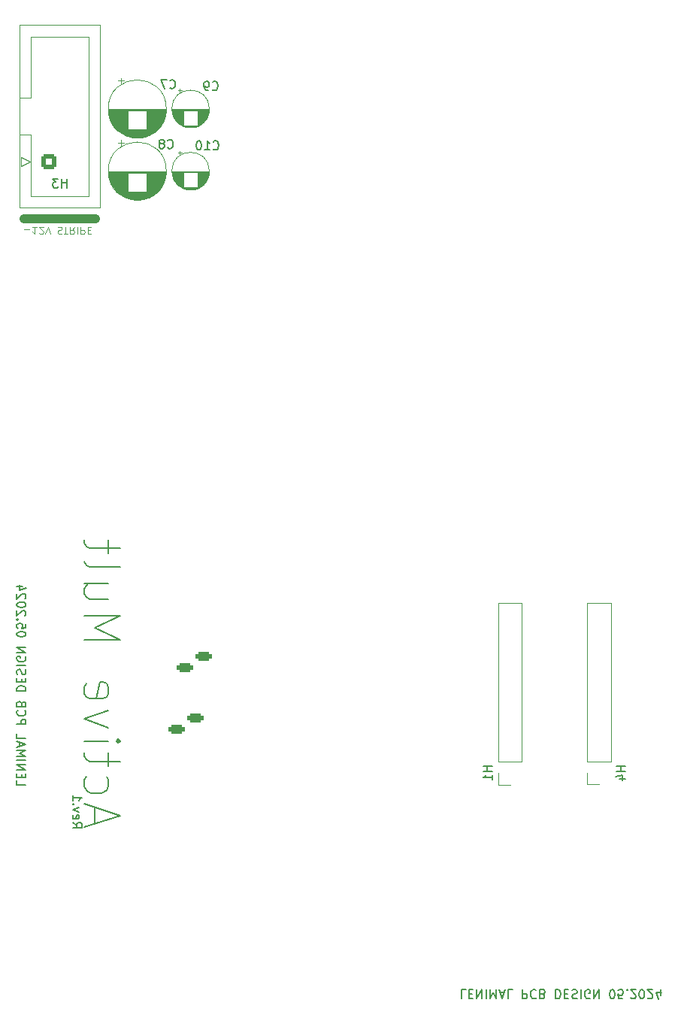
<source format=gbo>
G04 #@! TF.GenerationSoftware,KiCad,Pcbnew,8.0.2-1*
G04 #@! TF.CreationDate,2024-06-17T10:28:58+02:00*
G04 #@! TF.ProjectId,active-mult,61637469-7665-42d6-9d75-6c742e6b6963,rev?*
G04 #@! TF.SameCoordinates,Original*
G04 #@! TF.FileFunction,Legend,Bot*
G04 #@! TF.FilePolarity,Positive*
%FSLAX46Y46*%
G04 Gerber Fmt 4.6, Leading zero omitted, Abs format (unit mm)*
G04 Created by KiCad (PCBNEW 8.0.2-1) date 2024-06-17 10:28:58*
%MOMM*%
%LPD*%
G01*
G04 APERTURE LIST*
G04 Aperture macros list*
%AMRoundRect*
0 Rectangle with rounded corners*
0 $1 Rounding radius*
0 $2 $3 $4 $5 $6 $7 $8 $9 X,Y pos of 4 corners*
0 Add a 4 corners polygon primitive as box body*
4,1,4,$2,$3,$4,$5,$6,$7,$8,$9,$2,$3,0*
0 Add four circle primitives for the rounded corners*
1,1,$1+$1,$2,$3*
1,1,$1+$1,$4,$5*
1,1,$1+$1,$6,$7*
1,1,$1+$1,$8,$9*
0 Add four rect primitives between the rounded corners*
20,1,$1+$1,$2,$3,$4,$5,0*
20,1,$1+$1,$4,$5,$6,$7,0*
20,1,$1+$1,$6,$7,$8,$9,0*
20,1,$1+$1,$8,$9,$2,$3,0*%
G04 Aperture macros list end*
%ADD10C,0.150000*%
%ADD11C,0.100000*%
%ADD12C,0.120000*%
%ADD13C,1.000000*%
%ADD14C,3.200000*%
%ADD15C,2.850000*%
%ADD16C,1.600000*%
%ADD17O,1.600000X1.600000*%
%ADD18R,1.930000X1.830000*%
%ADD19C,2.130000*%
%ADD20R,1.700000X1.700000*%
%ADD21O,1.700000X1.700000*%
%ADD22R,2.200000X2.200000*%
%ADD23O,2.200000X2.200000*%
%ADD24R,1.600000X2.400000*%
%ADD25O,1.600000X2.400000*%
%ADD26R,2.400000X1.600000*%
%ADD27O,2.400000X1.600000*%
%ADD28R,1.600000X1.600000*%
%ADD29R,1.800000X1.800000*%
%ADD30C,1.800000*%
%ADD31R,1.800000X1.100000*%
%ADD32RoundRect,0.275000X0.625000X-0.275000X0.625000X0.275000X-0.625000X0.275000X-0.625000X-0.275000X0*%
%ADD33RoundRect,0.275000X-0.625000X0.275000X-0.625000X-0.275000X0.625000X-0.275000X0.625000X0.275000X0*%
%ADD34R,1.200000X1.200000*%
%ADD35C,1.200000*%
%ADD36RoundRect,0.250000X-0.600000X-0.600000X0.600000X-0.600000X0.600000X0.600000X-0.600000X0.600000X0*%
%ADD37C,1.700000*%
G04 APERTURE END LIST*
D10*
X56730180Y-140591792D02*
X57206371Y-140925125D01*
X56730180Y-141163220D02*
X57730180Y-141163220D01*
X57730180Y-141163220D02*
X57730180Y-140782268D01*
X57730180Y-140782268D02*
X57682561Y-140687030D01*
X57682561Y-140687030D02*
X57634942Y-140639411D01*
X57634942Y-140639411D02*
X57539704Y-140591792D01*
X57539704Y-140591792D02*
X57396847Y-140591792D01*
X57396847Y-140591792D02*
X57301609Y-140639411D01*
X57301609Y-140639411D02*
X57253990Y-140687030D01*
X57253990Y-140687030D02*
X57206371Y-140782268D01*
X57206371Y-140782268D02*
X57206371Y-141163220D01*
X56777800Y-139782268D02*
X56730180Y-139877506D01*
X56730180Y-139877506D02*
X56730180Y-140067982D01*
X56730180Y-140067982D02*
X56777800Y-140163220D01*
X56777800Y-140163220D02*
X56873038Y-140210839D01*
X56873038Y-140210839D02*
X57253990Y-140210839D01*
X57253990Y-140210839D02*
X57349228Y-140163220D01*
X57349228Y-140163220D02*
X57396847Y-140067982D01*
X57396847Y-140067982D02*
X57396847Y-139877506D01*
X57396847Y-139877506D02*
X57349228Y-139782268D01*
X57349228Y-139782268D02*
X57253990Y-139734649D01*
X57253990Y-139734649D02*
X57158752Y-139734649D01*
X57158752Y-139734649D02*
X57063514Y-140210839D01*
X57396847Y-139401315D02*
X56730180Y-139163220D01*
X56730180Y-139163220D02*
X57396847Y-138925125D01*
X56825419Y-138544172D02*
X56777800Y-138496553D01*
X56777800Y-138496553D02*
X56730180Y-138544172D01*
X56730180Y-138544172D02*
X56777800Y-138591791D01*
X56777800Y-138591791D02*
X56825419Y-138544172D01*
X56825419Y-138544172D02*
X56730180Y-138544172D01*
X56730180Y-137544173D02*
X56730180Y-138115601D01*
X56730180Y-137829887D02*
X57730180Y-137829887D01*
X57730180Y-137829887D02*
X57587323Y-137925125D01*
X57587323Y-137925125D02*
X57492085Y-138020363D01*
X57492085Y-138020363D02*
X57444466Y-138115601D01*
X59190180Y-140769411D02*
X59190180Y-138864649D01*
X58047323Y-141150363D02*
X62047323Y-139817030D01*
X62047323Y-139817030D02*
X58047323Y-138483696D01*
X58237800Y-135436078D02*
X58047323Y-135817030D01*
X58047323Y-135817030D02*
X58047323Y-136578935D01*
X58047323Y-136578935D02*
X58237800Y-136959887D01*
X58237800Y-136959887D02*
X58428276Y-137150364D01*
X58428276Y-137150364D02*
X58809228Y-137340840D01*
X58809228Y-137340840D02*
X59952085Y-137340840D01*
X59952085Y-137340840D02*
X60333038Y-137150364D01*
X60333038Y-137150364D02*
X60523514Y-136959887D01*
X60523514Y-136959887D02*
X60713990Y-136578935D01*
X60713990Y-136578935D02*
X60713990Y-135817030D01*
X60713990Y-135817030D02*
X60523514Y-135436078D01*
X60713990Y-134293221D02*
X60713990Y-132769412D01*
X62047323Y-133721793D02*
X58618752Y-133721793D01*
X58618752Y-133721793D02*
X58237800Y-133531316D01*
X58237800Y-133531316D02*
X58047323Y-133150364D01*
X58047323Y-133150364D02*
X58047323Y-132769412D01*
X58047323Y-131436079D02*
X60713990Y-131436079D01*
X62047323Y-131436079D02*
X61856847Y-131626555D01*
X61856847Y-131626555D02*
X61666371Y-131436079D01*
X61666371Y-131436079D02*
X61856847Y-131245602D01*
X61856847Y-131245602D02*
X62047323Y-131436079D01*
X62047323Y-131436079D02*
X61666371Y-131436079D01*
X60713990Y-129912269D02*
X58047323Y-128959888D01*
X58047323Y-128959888D02*
X60713990Y-128007507D01*
X58237800Y-124959888D02*
X58047323Y-125340840D01*
X58047323Y-125340840D02*
X58047323Y-126102745D01*
X58047323Y-126102745D02*
X58237800Y-126483698D01*
X58237800Y-126483698D02*
X58618752Y-126674174D01*
X58618752Y-126674174D02*
X60142561Y-126674174D01*
X60142561Y-126674174D02*
X60523514Y-126483698D01*
X60523514Y-126483698D02*
X60713990Y-126102745D01*
X60713990Y-126102745D02*
X60713990Y-125340840D01*
X60713990Y-125340840D02*
X60523514Y-124959888D01*
X60523514Y-124959888D02*
X60142561Y-124769412D01*
X60142561Y-124769412D02*
X59761609Y-124769412D01*
X59761609Y-124769412D02*
X59380657Y-126674174D01*
X58047323Y-120007508D02*
X62047323Y-120007508D01*
X62047323Y-120007508D02*
X59190180Y-118674174D01*
X59190180Y-118674174D02*
X62047323Y-117340841D01*
X62047323Y-117340841D02*
X58047323Y-117340841D01*
X60713990Y-113721793D02*
X58047323Y-113721793D01*
X60713990Y-115436079D02*
X58618752Y-115436079D01*
X58618752Y-115436079D02*
X58237800Y-115245602D01*
X58237800Y-115245602D02*
X58047323Y-114864650D01*
X58047323Y-114864650D02*
X58047323Y-114293221D01*
X58047323Y-114293221D02*
X58237800Y-113912269D01*
X58237800Y-113912269D02*
X58428276Y-113721793D01*
X58047323Y-111245602D02*
X58237800Y-111626554D01*
X58237800Y-111626554D02*
X58618752Y-111817031D01*
X58618752Y-111817031D02*
X62047323Y-111817031D01*
X60713990Y-110293221D02*
X60713990Y-108769412D01*
X62047323Y-109721793D02*
X58618752Y-109721793D01*
X58618752Y-109721793D02*
X58237800Y-109531316D01*
X58237800Y-109531316D02*
X58047323Y-109150364D01*
X58047323Y-109150364D02*
X58047323Y-108769412D01*
X101012969Y-159430180D02*
X100536779Y-159430180D01*
X100536779Y-159430180D02*
X100536779Y-160430180D01*
X101346303Y-159953990D02*
X101679636Y-159953990D01*
X101822493Y-159430180D02*
X101346303Y-159430180D01*
X101346303Y-159430180D02*
X101346303Y-160430180D01*
X101346303Y-160430180D02*
X101822493Y-160430180D01*
X102251065Y-159430180D02*
X102251065Y-160430180D01*
X102251065Y-160430180D02*
X102822493Y-159430180D01*
X102822493Y-159430180D02*
X102822493Y-160430180D01*
X103298684Y-159430180D02*
X103298684Y-160430180D01*
X103774874Y-159430180D02*
X103774874Y-160430180D01*
X103774874Y-160430180D02*
X104108207Y-159715895D01*
X104108207Y-159715895D02*
X104441540Y-160430180D01*
X104441540Y-160430180D02*
X104441540Y-159430180D01*
X104870112Y-159715895D02*
X105346302Y-159715895D01*
X104774874Y-159430180D02*
X105108207Y-160430180D01*
X105108207Y-160430180D02*
X105441540Y-159430180D01*
X106251064Y-159430180D02*
X105774874Y-159430180D01*
X105774874Y-159430180D02*
X105774874Y-160430180D01*
X107346303Y-159430180D02*
X107346303Y-160430180D01*
X107346303Y-160430180D02*
X107727255Y-160430180D01*
X107727255Y-160430180D02*
X107822493Y-160382561D01*
X107822493Y-160382561D02*
X107870112Y-160334942D01*
X107870112Y-160334942D02*
X107917731Y-160239704D01*
X107917731Y-160239704D02*
X107917731Y-160096847D01*
X107917731Y-160096847D02*
X107870112Y-160001609D01*
X107870112Y-160001609D02*
X107822493Y-159953990D01*
X107822493Y-159953990D02*
X107727255Y-159906371D01*
X107727255Y-159906371D02*
X107346303Y-159906371D01*
X108917731Y-159525419D02*
X108870112Y-159477800D01*
X108870112Y-159477800D02*
X108727255Y-159430180D01*
X108727255Y-159430180D02*
X108632017Y-159430180D01*
X108632017Y-159430180D02*
X108489160Y-159477800D01*
X108489160Y-159477800D02*
X108393922Y-159573038D01*
X108393922Y-159573038D02*
X108346303Y-159668276D01*
X108346303Y-159668276D02*
X108298684Y-159858752D01*
X108298684Y-159858752D02*
X108298684Y-160001609D01*
X108298684Y-160001609D02*
X108346303Y-160192085D01*
X108346303Y-160192085D02*
X108393922Y-160287323D01*
X108393922Y-160287323D02*
X108489160Y-160382561D01*
X108489160Y-160382561D02*
X108632017Y-160430180D01*
X108632017Y-160430180D02*
X108727255Y-160430180D01*
X108727255Y-160430180D02*
X108870112Y-160382561D01*
X108870112Y-160382561D02*
X108917731Y-160334942D01*
X109679636Y-159953990D02*
X109822493Y-159906371D01*
X109822493Y-159906371D02*
X109870112Y-159858752D01*
X109870112Y-159858752D02*
X109917731Y-159763514D01*
X109917731Y-159763514D02*
X109917731Y-159620657D01*
X109917731Y-159620657D02*
X109870112Y-159525419D01*
X109870112Y-159525419D02*
X109822493Y-159477800D01*
X109822493Y-159477800D02*
X109727255Y-159430180D01*
X109727255Y-159430180D02*
X109346303Y-159430180D01*
X109346303Y-159430180D02*
X109346303Y-160430180D01*
X109346303Y-160430180D02*
X109679636Y-160430180D01*
X109679636Y-160430180D02*
X109774874Y-160382561D01*
X109774874Y-160382561D02*
X109822493Y-160334942D01*
X109822493Y-160334942D02*
X109870112Y-160239704D01*
X109870112Y-160239704D02*
X109870112Y-160144466D01*
X109870112Y-160144466D02*
X109822493Y-160049228D01*
X109822493Y-160049228D02*
X109774874Y-160001609D01*
X109774874Y-160001609D02*
X109679636Y-159953990D01*
X109679636Y-159953990D02*
X109346303Y-159953990D01*
X111108208Y-159430180D02*
X111108208Y-160430180D01*
X111108208Y-160430180D02*
X111346303Y-160430180D01*
X111346303Y-160430180D02*
X111489160Y-160382561D01*
X111489160Y-160382561D02*
X111584398Y-160287323D01*
X111584398Y-160287323D02*
X111632017Y-160192085D01*
X111632017Y-160192085D02*
X111679636Y-160001609D01*
X111679636Y-160001609D02*
X111679636Y-159858752D01*
X111679636Y-159858752D02*
X111632017Y-159668276D01*
X111632017Y-159668276D02*
X111584398Y-159573038D01*
X111584398Y-159573038D02*
X111489160Y-159477800D01*
X111489160Y-159477800D02*
X111346303Y-159430180D01*
X111346303Y-159430180D02*
X111108208Y-159430180D01*
X112108208Y-159953990D02*
X112441541Y-159953990D01*
X112584398Y-159430180D02*
X112108208Y-159430180D01*
X112108208Y-159430180D02*
X112108208Y-160430180D01*
X112108208Y-160430180D02*
X112584398Y-160430180D01*
X112965351Y-159477800D02*
X113108208Y-159430180D01*
X113108208Y-159430180D02*
X113346303Y-159430180D01*
X113346303Y-159430180D02*
X113441541Y-159477800D01*
X113441541Y-159477800D02*
X113489160Y-159525419D01*
X113489160Y-159525419D02*
X113536779Y-159620657D01*
X113536779Y-159620657D02*
X113536779Y-159715895D01*
X113536779Y-159715895D02*
X113489160Y-159811133D01*
X113489160Y-159811133D02*
X113441541Y-159858752D01*
X113441541Y-159858752D02*
X113346303Y-159906371D01*
X113346303Y-159906371D02*
X113155827Y-159953990D01*
X113155827Y-159953990D02*
X113060589Y-160001609D01*
X113060589Y-160001609D02*
X113012970Y-160049228D01*
X113012970Y-160049228D02*
X112965351Y-160144466D01*
X112965351Y-160144466D02*
X112965351Y-160239704D01*
X112965351Y-160239704D02*
X113012970Y-160334942D01*
X113012970Y-160334942D02*
X113060589Y-160382561D01*
X113060589Y-160382561D02*
X113155827Y-160430180D01*
X113155827Y-160430180D02*
X113393922Y-160430180D01*
X113393922Y-160430180D02*
X113536779Y-160382561D01*
X113965351Y-159430180D02*
X113965351Y-160430180D01*
X114965350Y-160382561D02*
X114870112Y-160430180D01*
X114870112Y-160430180D02*
X114727255Y-160430180D01*
X114727255Y-160430180D02*
X114584398Y-160382561D01*
X114584398Y-160382561D02*
X114489160Y-160287323D01*
X114489160Y-160287323D02*
X114441541Y-160192085D01*
X114441541Y-160192085D02*
X114393922Y-160001609D01*
X114393922Y-160001609D02*
X114393922Y-159858752D01*
X114393922Y-159858752D02*
X114441541Y-159668276D01*
X114441541Y-159668276D02*
X114489160Y-159573038D01*
X114489160Y-159573038D02*
X114584398Y-159477800D01*
X114584398Y-159477800D02*
X114727255Y-159430180D01*
X114727255Y-159430180D02*
X114822493Y-159430180D01*
X114822493Y-159430180D02*
X114965350Y-159477800D01*
X114965350Y-159477800D02*
X115012969Y-159525419D01*
X115012969Y-159525419D02*
X115012969Y-159858752D01*
X115012969Y-159858752D02*
X114822493Y-159858752D01*
X115441541Y-159430180D02*
X115441541Y-160430180D01*
X115441541Y-160430180D02*
X116012969Y-159430180D01*
X116012969Y-159430180D02*
X116012969Y-160430180D01*
X117441541Y-160430180D02*
X117536779Y-160430180D01*
X117536779Y-160430180D02*
X117632017Y-160382561D01*
X117632017Y-160382561D02*
X117679636Y-160334942D01*
X117679636Y-160334942D02*
X117727255Y-160239704D01*
X117727255Y-160239704D02*
X117774874Y-160049228D01*
X117774874Y-160049228D02*
X117774874Y-159811133D01*
X117774874Y-159811133D02*
X117727255Y-159620657D01*
X117727255Y-159620657D02*
X117679636Y-159525419D01*
X117679636Y-159525419D02*
X117632017Y-159477800D01*
X117632017Y-159477800D02*
X117536779Y-159430180D01*
X117536779Y-159430180D02*
X117441541Y-159430180D01*
X117441541Y-159430180D02*
X117346303Y-159477800D01*
X117346303Y-159477800D02*
X117298684Y-159525419D01*
X117298684Y-159525419D02*
X117251065Y-159620657D01*
X117251065Y-159620657D02*
X117203446Y-159811133D01*
X117203446Y-159811133D02*
X117203446Y-160049228D01*
X117203446Y-160049228D02*
X117251065Y-160239704D01*
X117251065Y-160239704D02*
X117298684Y-160334942D01*
X117298684Y-160334942D02*
X117346303Y-160382561D01*
X117346303Y-160382561D02*
X117441541Y-160430180D01*
X118679636Y-160430180D02*
X118203446Y-160430180D01*
X118203446Y-160430180D02*
X118155827Y-159953990D01*
X118155827Y-159953990D02*
X118203446Y-160001609D01*
X118203446Y-160001609D02*
X118298684Y-160049228D01*
X118298684Y-160049228D02*
X118536779Y-160049228D01*
X118536779Y-160049228D02*
X118632017Y-160001609D01*
X118632017Y-160001609D02*
X118679636Y-159953990D01*
X118679636Y-159953990D02*
X118727255Y-159858752D01*
X118727255Y-159858752D02*
X118727255Y-159620657D01*
X118727255Y-159620657D02*
X118679636Y-159525419D01*
X118679636Y-159525419D02*
X118632017Y-159477800D01*
X118632017Y-159477800D02*
X118536779Y-159430180D01*
X118536779Y-159430180D02*
X118298684Y-159430180D01*
X118298684Y-159430180D02*
X118203446Y-159477800D01*
X118203446Y-159477800D02*
X118155827Y-159525419D01*
X119155827Y-159525419D02*
X119203446Y-159477800D01*
X119203446Y-159477800D02*
X119155827Y-159430180D01*
X119155827Y-159430180D02*
X119108208Y-159477800D01*
X119108208Y-159477800D02*
X119155827Y-159525419D01*
X119155827Y-159525419D02*
X119155827Y-159430180D01*
X119584398Y-160334942D02*
X119632017Y-160382561D01*
X119632017Y-160382561D02*
X119727255Y-160430180D01*
X119727255Y-160430180D02*
X119965350Y-160430180D01*
X119965350Y-160430180D02*
X120060588Y-160382561D01*
X120060588Y-160382561D02*
X120108207Y-160334942D01*
X120108207Y-160334942D02*
X120155826Y-160239704D01*
X120155826Y-160239704D02*
X120155826Y-160144466D01*
X120155826Y-160144466D02*
X120108207Y-160001609D01*
X120108207Y-160001609D02*
X119536779Y-159430180D01*
X119536779Y-159430180D02*
X120155826Y-159430180D01*
X120774874Y-160430180D02*
X120870112Y-160430180D01*
X120870112Y-160430180D02*
X120965350Y-160382561D01*
X120965350Y-160382561D02*
X121012969Y-160334942D01*
X121012969Y-160334942D02*
X121060588Y-160239704D01*
X121060588Y-160239704D02*
X121108207Y-160049228D01*
X121108207Y-160049228D02*
X121108207Y-159811133D01*
X121108207Y-159811133D02*
X121060588Y-159620657D01*
X121060588Y-159620657D02*
X121012969Y-159525419D01*
X121012969Y-159525419D02*
X120965350Y-159477800D01*
X120965350Y-159477800D02*
X120870112Y-159430180D01*
X120870112Y-159430180D02*
X120774874Y-159430180D01*
X120774874Y-159430180D02*
X120679636Y-159477800D01*
X120679636Y-159477800D02*
X120632017Y-159525419D01*
X120632017Y-159525419D02*
X120584398Y-159620657D01*
X120584398Y-159620657D02*
X120536779Y-159811133D01*
X120536779Y-159811133D02*
X120536779Y-160049228D01*
X120536779Y-160049228D02*
X120584398Y-160239704D01*
X120584398Y-160239704D02*
X120632017Y-160334942D01*
X120632017Y-160334942D02*
X120679636Y-160382561D01*
X120679636Y-160382561D02*
X120774874Y-160430180D01*
X121489160Y-160334942D02*
X121536779Y-160382561D01*
X121536779Y-160382561D02*
X121632017Y-160430180D01*
X121632017Y-160430180D02*
X121870112Y-160430180D01*
X121870112Y-160430180D02*
X121965350Y-160382561D01*
X121965350Y-160382561D02*
X122012969Y-160334942D01*
X122012969Y-160334942D02*
X122060588Y-160239704D01*
X122060588Y-160239704D02*
X122060588Y-160144466D01*
X122060588Y-160144466D02*
X122012969Y-160001609D01*
X122012969Y-160001609D02*
X121441541Y-159430180D01*
X121441541Y-159430180D02*
X122060588Y-159430180D01*
X122917731Y-160096847D02*
X122917731Y-159430180D01*
X122679636Y-160477800D02*
X122441541Y-159763514D01*
X122441541Y-159763514D02*
X123060588Y-159763514D01*
X50430180Y-135887030D02*
X50430180Y-136363220D01*
X50430180Y-136363220D02*
X51430180Y-136363220D01*
X50953990Y-135553696D02*
X50953990Y-135220363D01*
X50430180Y-135077506D02*
X50430180Y-135553696D01*
X50430180Y-135553696D02*
X51430180Y-135553696D01*
X51430180Y-135553696D02*
X51430180Y-135077506D01*
X50430180Y-134648934D02*
X51430180Y-134648934D01*
X51430180Y-134648934D02*
X50430180Y-134077506D01*
X50430180Y-134077506D02*
X51430180Y-134077506D01*
X50430180Y-133601315D02*
X51430180Y-133601315D01*
X50430180Y-133125125D02*
X51430180Y-133125125D01*
X51430180Y-133125125D02*
X50715895Y-132791792D01*
X50715895Y-132791792D02*
X51430180Y-132458459D01*
X51430180Y-132458459D02*
X50430180Y-132458459D01*
X50715895Y-132029887D02*
X50715895Y-131553697D01*
X50430180Y-132125125D02*
X51430180Y-131791792D01*
X51430180Y-131791792D02*
X50430180Y-131458459D01*
X50430180Y-130648935D02*
X50430180Y-131125125D01*
X50430180Y-131125125D02*
X51430180Y-131125125D01*
X50430180Y-129553696D02*
X51430180Y-129553696D01*
X51430180Y-129553696D02*
X51430180Y-129172744D01*
X51430180Y-129172744D02*
X51382561Y-129077506D01*
X51382561Y-129077506D02*
X51334942Y-129029887D01*
X51334942Y-129029887D02*
X51239704Y-128982268D01*
X51239704Y-128982268D02*
X51096847Y-128982268D01*
X51096847Y-128982268D02*
X51001609Y-129029887D01*
X51001609Y-129029887D02*
X50953990Y-129077506D01*
X50953990Y-129077506D02*
X50906371Y-129172744D01*
X50906371Y-129172744D02*
X50906371Y-129553696D01*
X50525419Y-127982268D02*
X50477800Y-128029887D01*
X50477800Y-128029887D02*
X50430180Y-128172744D01*
X50430180Y-128172744D02*
X50430180Y-128267982D01*
X50430180Y-128267982D02*
X50477800Y-128410839D01*
X50477800Y-128410839D02*
X50573038Y-128506077D01*
X50573038Y-128506077D02*
X50668276Y-128553696D01*
X50668276Y-128553696D02*
X50858752Y-128601315D01*
X50858752Y-128601315D02*
X51001609Y-128601315D01*
X51001609Y-128601315D02*
X51192085Y-128553696D01*
X51192085Y-128553696D02*
X51287323Y-128506077D01*
X51287323Y-128506077D02*
X51382561Y-128410839D01*
X51382561Y-128410839D02*
X51430180Y-128267982D01*
X51430180Y-128267982D02*
X51430180Y-128172744D01*
X51430180Y-128172744D02*
X51382561Y-128029887D01*
X51382561Y-128029887D02*
X51334942Y-127982268D01*
X50953990Y-127220363D02*
X50906371Y-127077506D01*
X50906371Y-127077506D02*
X50858752Y-127029887D01*
X50858752Y-127029887D02*
X50763514Y-126982268D01*
X50763514Y-126982268D02*
X50620657Y-126982268D01*
X50620657Y-126982268D02*
X50525419Y-127029887D01*
X50525419Y-127029887D02*
X50477800Y-127077506D01*
X50477800Y-127077506D02*
X50430180Y-127172744D01*
X50430180Y-127172744D02*
X50430180Y-127553696D01*
X50430180Y-127553696D02*
X51430180Y-127553696D01*
X51430180Y-127553696D02*
X51430180Y-127220363D01*
X51430180Y-127220363D02*
X51382561Y-127125125D01*
X51382561Y-127125125D02*
X51334942Y-127077506D01*
X51334942Y-127077506D02*
X51239704Y-127029887D01*
X51239704Y-127029887D02*
X51144466Y-127029887D01*
X51144466Y-127029887D02*
X51049228Y-127077506D01*
X51049228Y-127077506D02*
X51001609Y-127125125D01*
X51001609Y-127125125D02*
X50953990Y-127220363D01*
X50953990Y-127220363D02*
X50953990Y-127553696D01*
X50430180Y-125791791D02*
X51430180Y-125791791D01*
X51430180Y-125791791D02*
X51430180Y-125553696D01*
X51430180Y-125553696D02*
X51382561Y-125410839D01*
X51382561Y-125410839D02*
X51287323Y-125315601D01*
X51287323Y-125315601D02*
X51192085Y-125267982D01*
X51192085Y-125267982D02*
X51001609Y-125220363D01*
X51001609Y-125220363D02*
X50858752Y-125220363D01*
X50858752Y-125220363D02*
X50668276Y-125267982D01*
X50668276Y-125267982D02*
X50573038Y-125315601D01*
X50573038Y-125315601D02*
X50477800Y-125410839D01*
X50477800Y-125410839D02*
X50430180Y-125553696D01*
X50430180Y-125553696D02*
X50430180Y-125791791D01*
X50953990Y-124791791D02*
X50953990Y-124458458D01*
X50430180Y-124315601D02*
X50430180Y-124791791D01*
X50430180Y-124791791D02*
X51430180Y-124791791D01*
X51430180Y-124791791D02*
X51430180Y-124315601D01*
X50477800Y-123934648D02*
X50430180Y-123791791D01*
X50430180Y-123791791D02*
X50430180Y-123553696D01*
X50430180Y-123553696D02*
X50477800Y-123458458D01*
X50477800Y-123458458D02*
X50525419Y-123410839D01*
X50525419Y-123410839D02*
X50620657Y-123363220D01*
X50620657Y-123363220D02*
X50715895Y-123363220D01*
X50715895Y-123363220D02*
X50811133Y-123410839D01*
X50811133Y-123410839D02*
X50858752Y-123458458D01*
X50858752Y-123458458D02*
X50906371Y-123553696D01*
X50906371Y-123553696D02*
X50953990Y-123744172D01*
X50953990Y-123744172D02*
X51001609Y-123839410D01*
X51001609Y-123839410D02*
X51049228Y-123887029D01*
X51049228Y-123887029D02*
X51144466Y-123934648D01*
X51144466Y-123934648D02*
X51239704Y-123934648D01*
X51239704Y-123934648D02*
X51334942Y-123887029D01*
X51334942Y-123887029D02*
X51382561Y-123839410D01*
X51382561Y-123839410D02*
X51430180Y-123744172D01*
X51430180Y-123744172D02*
X51430180Y-123506077D01*
X51430180Y-123506077D02*
X51382561Y-123363220D01*
X50430180Y-122934648D02*
X51430180Y-122934648D01*
X51382561Y-121934649D02*
X51430180Y-122029887D01*
X51430180Y-122029887D02*
X51430180Y-122172744D01*
X51430180Y-122172744D02*
X51382561Y-122315601D01*
X51382561Y-122315601D02*
X51287323Y-122410839D01*
X51287323Y-122410839D02*
X51192085Y-122458458D01*
X51192085Y-122458458D02*
X51001609Y-122506077D01*
X51001609Y-122506077D02*
X50858752Y-122506077D01*
X50858752Y-122506077D02*
X50668276Y-122458458D01*
X50668276Y-122458458D02*
X50573038Y-122410839D01*
X50573038Y-122410839D02*
X50477800Y-122315601D01*
X50477800Y-122315601D02*
X50430180Y-122172744D01*
X50430180Y-122172744D02*
X50430180Y-122077506D01*
X50430180Y-122077506D02*
X50477800Y-121934649D01*
X50477800Y-121934649D02*
X50525419Y-121887030D01*
X50525419Y-121887030D02*
X50858752Y-121887030D01*
X50858752Y-121887030D02*
X50858752Y-122077506D01*
X50430180Y-121458458D02*
X51430180Y-121458458D01*
X51430180Y-121458458D02*
X50430180Y-120887030D01*
X50430180Y-120887030D02*
X51430180Y-120887030D01*
X51430180Y-119458458D02*
X51430180Y-119363220D01*
X51430180Y-119363220D02*
X51382561Y-119267982D01*
X51382561Y-119267982D02*
X51334942Y-119220363D01*
X51334942Y-119220363D02*
X51239704Y-119172744D01*
X51239704Y-119172744D02*
X51049228Y-119125125D01*
X51049228Y-119125125D02*
X50811133Y-119125125D01*
X50811133Y-119125125D02*
X50620657Y-119172744D01*
X50620657Y-119172744D02*
X50525419Y-119220363D01*
X50525419Y-119220363D02*
X50477800Y-119267982D01*
X50477800Y-119267982D02*
X50430180Y-119363220D01*
X50430180Y-119363220D02*
X50430180Y-119458458D01*
X50430180Y-119458458D02*
X50477800Y-119553696D01*
X50477800Y-119553696D02*
X50525419Y-119601315D01*
X50525419Y-119601315D02*
X50620657Y-119648934D01*
X50620657Y-119648934D02*
X50811133Y-119696553D01*
X50811133Y-119696553D02*
X51049228Y-119696553D01*
X51049228Y-119696553D02*
X51239704Y-119648934D01*
X51239704Y-119648934D02*
X51334942Y-119601315D01*
X51334942Y-119601315D02*
X51382561Y-119553696D01*
X51382561Y-119553696D02*
X51430180Y-119458458D01*
X51430180Y-118220363D02*
X51430180Y-118696553D01*
X51430180Y-118696553D02*
X50953990Y-118744172D01*
X50953990Y-118744172D02*
X51001609Y-118696553D01*
X51001609Y-118696553D02*
X51049228Y-118601315D01*
X51049228Y-118601315D02*
X51049228Y-118363220D01*
X51049228Y-118363220D02*
X51001609Y-118267982D01*
X51001609Y-118267982D02*
X50953990Y-118220363D01*
X50953990Y-118220363D02*
X50858752Y-118172744D01*
X50858752Y-118172744D02*
X50620657Y-118172744D01*
X50620657Y-118172744D02*
X50525419Y-118220363D01*
X50525419Y-118220363D02*
X50477800Y-118267982D01*
X50477800Y-118267982D02*
X50430180Y-118363220D01*
X50430180Y-118363220D02*
X50430180Y-118601315D01*
X50430180Y-118601315D02*
X50477800Y-118696553D01*
X50477800Y-118696553D02*
X50525419Y-118744172D01*
X50525419Y-117744172D02*
X50477800Y-117696553D01*
X50477800Y-117696553D02*
X50430180Y-117744172D01*
X50430180Y-117744172D02*
X50477800Y-117791791D01*
X50477800Y-117791791D02*
X50525419Y-117744172D01*
X50525419Y-117744172D02*
X50430180Y-117744172D01*
X51334942Y-117315601D02*
X51382561Y-117267982D01*
X51382561Y-117267982D02*
X51430180Y-117172744D01*
X51430180Y-117172744D02*
X51430180Y-116934649D01*
X51430180Y-116934649D02*
X51382561Y-116839411D01*
X51382561Y-116839411D02*
X51334942Y-116791792D01*
X51334942Y-116791792D02*
X51239704Y-116744173D01*
X51239704Y-116744173D02*
X51144466Y-116744173D01*
X51144466Y-116744173D02*
X51001609Y-116791792D01*
X51001609Y-116791792D02*
X50430180Y-117363220D01*
X50430180Y-117363220D02*
X50430180Y-116744173D01*
X51430180Y-116125125D02*
X51430180Y-116029887D01*
X51430180Y-116029887D02*
X51382561Y-115934649D01*
X51382561Y-115934649D02*
X51334942Y-115887030D01*
X51334942Y-115887030D02*
X51239704Y-115839411D01*
X51239704Y-115839411D02*
X51049228Y-115791792D01*
X51049228Y-115791792D02*
X50811133Y-115791792D01*
X50811133Y-115791792D02*
X50620657Y-115839411D01*
X50620657Y-115839411D02*
X50525419Y-115887030D01*
X50525419Y-115887030D02*
X50477800Y-115934649D01*
X50477800Y-115934649D02*
X50430180Y-116029887D01*
X50430180Y-116029887D02*
X50430180Y-116125125D01*
X50430180Y-116125125D02*
X50477800Y-116220363D01*
X50477800Y-116220363D02*
X50525419Y-116267982D01*
X50525419Y-116267982D02*
X50620657Y-116315601D01*
X50620657Y-116315601D02*
X50811133Y-116363220D01*
X50811133Y-116363220D02*
X51049228Y-116363220D01*
X51049228Y-116363220D02*
X51239704Y-116315601D01*
X51239704Y-116315601D02*
X51334942Y-116267982D01*
X51334942Y-116267982D02*
X51382561Y-116220363D01*
X51382561Y-116220363D02*
X51430180Y-116125125D01*
X51334942Y-115410839D02*
X51382561Y-115363220D01*
X51382561Y-115363220D02*
X51430180Y-115267982D01*
X51430180Y-115267982D02*
X51430180Y-115029887D01*
X51430180Y-115029887D02*
X51382561Y-114934649D01*
X51382561Y-114934649D02*
X51334942Y-114887030D01*
X51334942Y-114887030D02*
X51239704Y-114839411D01*
X51239704Y-114839411D02*
X51144466Y-114839411D01*
X51144466Y-114839411D02*
X51001609Y-114887030D01*
X51001609Y-114887030D02*
X50430180Y-115458458D01*
X50430180Y-115458458D02*
X50430180Y-114839411D01*
X51096847Y-113982268D02*
X50430180Y-113982268D01*
X51477800Y-114220363D02*
X50763514Y-114458458D01*
X50763514Y-114458458D02*
X50763514Y-113839411D01*
X72466666Y-58059580D02*
X72514285Y-58107200D01*
X72514285Y-58107200D02*
X72657142Y-58154819D01*
X72657142Y-58154819D02*
X72752380Y-58154819D01*
X72752380Y-58154819D02*
X72895237Y-58107200D01*
X72895237Y-58107200D02*
X72990475Y-58011961D01*
X72990475Y-58011961D02*
X73038094Y-57916723D01*
X73038094Y-57916723D02*
X73085713Y-57726247D01*
X73085713Y-57726247D02*
X73085713Y-57583390D01*
X73085713Y-57583390D02*
X73038094Y-57392914D01*
X73038094Y-57392914D02*
X72990475Y-57297676D01*
X72990475Y-57297676D02*
X72895237Y-57202438D01*
X72895237Y-57202438D02*
X72752380Y-57154819D01*
X72752380Y-57154819D02*
X72657142Y-57154819D01*
X72657142Y-57154819D02*
X72514285Y-57202438D01*
X72514285Y-57202438D02*
X72466666Y-57250057D01*
X71990475Y-58154819D02*
X71799999Y-58154819D01*
X71799999Y-58154819D02*
X71704761Y-58107200D01*
X71704761Y-58107200D02*
X71657142Y-58059580D01*
X71657142Y-58059580D02*
X71561904Y-57916723D01*
X71561904Y-57916723D02*
X71514285Y-57726247D01*
X71514285Y-57726247D02*
X71514285Y-57345295D01*
X71514285Y-57345295D02*
X71561904Y-57250057D01*
X71561904Y-57250057D02*
X71609523Y-57202438D01*
X71609523Y-57202438D02*
X71704761Y-57154819D01*
X71704761Y-57154819D02*
X71895237Y-57154819D01*
X71895237Y-57154819D02*
X71990475Y-57202438D01*
X71990475Y-57202438D02*
X72038094Y-57250057D01*
X72038094Y-57250057D02*
X72085713Y-57345295D01*
X72085713Y-57345295D02*
X72085713Y-57583390D01*
X72085713Y-57583390D02*
X72038094Y-57678628D01*
X72038094Y-57678628D02*
X71990475Y-57726247D01*
X71990475Y-57726247D02*
X71895237Y-57773866D01*
X71895237Y-57773866D02*
X71704761Y-57773866D01*
X71704761Y-57773866D02*
X71609523Y-57726247D01*
X71609523Y-57726247D02*
X71561904Y-57678628D01*
X71561904Y-57678628D02*
X71514285Y-57583390D01*
X56031904Y-69114819D02*
X56031904Y-68114819D01*
X56031904Y-68591009D02*
X55460476Y-68591009D01*
X55460476Y-69114819D02*
X55460476Y-68114819D01*
X55079523Y-68114819D02*
X54460476Y-68114819D01*
X54460476Y-68114819D02*
X54793809Y-68495771D01*
X54793809Y-68495771D02*
X54650952Y-68495771D01*
X54650952Y-68495771D02*
X54555714Y-68543390D01*
X54555714Y-68543390D02*
X54508095Y-68591009D01*
X54508095Y-68591009D02*
X54460476Y-68686247D01*
X54460476Y-68686247D02*
X54460476Y-68924342D01*
X54460476Y-68924342D02*
X54508095Y-69019580D01*
X54508095Y-69019580D02*
X54555714Y-69067200D01*
X54555714Y-69067200D02*
X54650952Y-69114819D01*
X54650952Y-69114819D02*
X54936666Y-69114819D01*
X54936666Y-69114819D02*
X55031904Y-69067200D01*
X55031904Y-69067200D02*
X55079523Y-69019580D01*
D11*
X51256265Y-73817866D02*
X51865789Y-73817866D01*
X52665788Y-73513104D02*
X52208645Y-73513104D01*
X52437217Y-73513104D02*
X52437217Y-74313104D01*
X52437217Y-74313104D02*
X52361026Y-74198819D01*
X52361026Y-74198819D02*
X52284836Y-74122628D01*
X52284836Y-74122628D02*
X52208645Y-74084533D01*
X52970550Y-74236914D02*
X53008646Y-74275009D01*
X53008646Y-74275009D02*
X53084836Y-74313104D01*
X53084836Y-74313104D02*
X53275312Y-74313104D01*
X53275312Y-74313104D02*
X53351503Y-74275009D01*
X53351503Y-74275009D02*
X53389598Y-74236914D01*
X53389598Y-74236914D02*
X53427693Y-74160723D01*
X53427693Y-74160723D02*
X53427693Y-74084533D01*
X53427693Y-74084533D02*
X53389598Y-73970247D01*
X53389598Y-73970247D02*
X52932455Y-73513104D01*
X52932455Y-73513104D02*
X53427693Y-73513104D01*
X53656265Y-74313104D02*
X53922932Y-73513104D01*
X53922932Y-73513104D02*
X54189598Y-74313104D01*
X55027693Y-73551200D02*
X55141979Y-73513104D01*
X55141979Y-73513104D02*
X55332455Y-73513104D01*
X55332455Y-73513104D02*
X55408646Y-73551200D01*
X55408646Y-73551200D02*
X55446741Y-73589295D01*
X55446741Y-73589295D02*
X55484836Y-73665485D01*
X55484836Y-73665485D02*
X55484836Y-73741676D01*
X55484836Y-73741676D02*
X55446741Y-73817866D01*
X55446741Y-73817866D02*
X55408646Y-73855961D01*
X55408646Y-73855961D02*
X55332455Y-73894057D01*
X55332455Y-73894057D02*
X55180074Y-73932152D01*
X55180074Y-73932152D02*
X55103884Y-73970247D01*
X55103884Y-73970247D02*
X55065789Y-74008342D01*
X55065789Y-74008342D02*
X55027693Y-74084533D01*
X55027693Y-74084533D02*
X55027693Y-74160723D01*
X55027693Y-74160723D02*
X55065789Y-74236914D01*
X55065789Y-74236914D02*
X55103884Y-74275009D01*
X55103884Y-74275009D02*
X55180074Y-74313104D01*
X55180074Y-74313104D02*
X55370551Y-74313104D01*
X55370551Y-74313104D02*
X55484836Y-74275009D01*
X55713408Y-74313104D02*
X56170551Y-74313104D01*
X55941979Y-73513104D02*
X55941979Y-74313104D01*
X56894361Y-73513104D02*
X56627694Y-73894057D01*
X56437218Y-73513104D02*
X56437218Y-74313104D01*
X56437218Y-74313104D02*
X56741980Y-74313104D01*
X56741980Y-74313104D02*
X56818170Y-74275009D01*
X56818170Y-74275009D02*
X56856265Y-74236914D01*
X56856265Y-74236914D02*
X56894361Y-74160723D01*
X56894361Y-74160723D02*
X56894361Y-74046438D01*
X56894361Y-74046438D02*
X56856265Y-73970247D01*
X56856265Y-73970247D02*
X56818170Y-73932152D01*
X56818170Y-73932152D02*
X56741980Y-73894057D01*
X56741980Y-73894057D02*
X56437218Y-73894057D01*
X57237218Y-73513104D02*
X57237218Y-74313104D01*
X57618170Y-73513104D02*
X57618170Y-74313104D01*
X57618170Y-74313104D02*
X57922932Y-74313104D01*
X57922932Y-74313104D02*
X57999122Y-74275009D01*
X57999122Y-74275009D02*
X58037217Y-74236914D01*
X58037217Y-74236914D02*
X58075313Y-74160723D01*
X58075313Y-74160723D02*
X58075313Y-74046438D01*
X58075313Y-74046438D02*
X58037217Y-73970247D01*
X58037217Y-73970247D02*
X57999122Y-73932152D01*
X57999122Y-73932152D02*
X57922932Y-73894057D01*
X57922932Y-73894057D02*
X57618170Y-73894057D01*
X58418170Y-73932152D02*
X58684836Y-73932152D01*
X58799122Y-73513104D02*
X58418170Y-73513104D01*
X58418170Y-73513104D02*
X58418170Y-74313104D01*
X58418170Y-74313104D02*
X58799122Y-74313104D01*
D10*
X118954819Y-134238095D02*
X117954819Y-134238095D01*
X118431009Y-134238095D02*
X118431009Y-134809523D01*
X118954819Y-134809523D02*
X117954819Y-134809523D01*
X118288152Y-135714285D02*
X118954819Y-135714285D01*
X117907200Y-135476190D02*
X118621485Y-135238095D01*
X118621485Y-135238095D02*
X118621485Y-135857142D01*
X67416666Y-64609580D02*
X67464285Y-64657200D01*
X67464285Y-64657200D02*
X67607142Y-64704819D01*
X67607142Y-64704819D02*
X67702380Y-64704819D01*
X67702380Y-64704819D02*
X67845237Y-64657200D01*
X67845237Y-64657200D02*
X67940475Y-64561961D01*
X67940475Y-64561961D02*
X67988094Y-64466723D01*
X67988094Y-64466723D02*
X68035713Y-64276247D01*
X68035713Y-64276247D02*
X68035713Y-64133390D01*
X68035713Y-64133390D02*
X67988094Y-63942914D01*
X67988094Y-63942914D02*
X67940475Y-63847676D01*
X67940475Y-63847676D02*
X67845237Y-63752438D01*
X67845237Y-63752438D02*
X67702380Y-63704819D01*
X67702380Y-63704819D02*
X67607142Y-63704819D01*
X67607142Y-63704819D02*
X67464285Y-63752438D01*
X67464285Y-63752438D02*
X67416666Y-63800057D01*
X66845237Y-64133390D02*
X66940475Y-64085771D01*
X66940475Y-64085771D02*
X66988094Y-64038152D01*
X66988094Y-64038152D02*
X67035713Y-63942914D01*
X67035713Y-63942914D02*
X67035713Y-63895295D01*
X67035713Y-63895295D02*
X66988094Y-63800057D01*
X66988094Y-63800057D02*
X66940475Y-63752438D01*
X66940475Y-63752438D02*
X66845237Y-63704819D01*
X66845237Y-63704819D02*
X66654761Y-63704819D01*
X66654761Y-63704819D02*
X66559523Y-63752438D01*
X66559523Y-63752438D02*
X66511904Y-63800057D01*
X66511904Y-63800057D02*
X66464285Y-63895295D01*
X66464285Y-63895295D02*
X66464285Y-63942914D01*
X66464285Y-63942914D02*
X66511904Y-64038152D01*
X66511904Y-64038152D02*
X66559523Y-64085771D01*
X66559523Y-64085771D02*
X66654761Y-64133390D01*
X66654761Y-64133390D02*
X66845237Y-64133390D01*
X66845237Y-64133390D02*
X66940475Y-64181009D01*
X66940475Y-64181009D02*
X66988094Y-64228628D01*
X66988094Y-64228628D02*
X67035713Y-64323866D01*
X67035713Y-64323866D02*
X67035713Y-64514342D01*
X67035713Y-64514342D02*
X66988094Y-64609580D01*
X66988094Y-64609580D02*
X66940475Y-64657200D01*
X66940475Y-64657200D02*
X66845237Y-64704819D01*
X66845237Y-64704819D02*
X66654761Y-64704819D01*
X66654761Y-64704819D02*
X66559523Y-64657200D01*
X66559523Y-64657200D02*
X66511904Y-64609580D01*
X66511904Y-64609580D02*
X66464285Y-64514342D01*
X66464285Y-64514342D02*
X66464285Y-64323866D01*
X66464285Y-64323866D02*
X66511904Y-64228628D01*
X66511904Y-64228628D02*
X66559523Y-64181009D01*
X66559523Y-64181009D02*
X66654761Y-64133390D01*
X72542857Y-64759580D02*
X72590476Y-64807200D01*
X72590476Y-64807200D02*
X72733333Y-64854819D01*
X72733333Y-64854819D02*
X72828571Y-64854819D01*
X72828571Y-64854819D02*
X72971428Y-64807200D01*
X72971428Y-64807200D02*
X73066666Y-64711961D01*
X73066666Y-64711961D02*
X73114285Y-64616723D01*
X73114285Y-64616723D02*
X73161904Y-64426247D01*
X73161904Y-64426247D02*
X73161904Y-64283390D01*
X73161904Y-64283390D02*
X73114285Y-64092914D01*
X73114285Y-64092914D02*
X73066666Y-63997676D01*
X73066666Y-63997676D02*
X72971428Y-63902438D01*
X72971428Y-63902438D02*
X72828571Y-63854819D01*
X72828571Y-63854819D02*
X72733333Y-63854819D01*
X72733333Y-63854819D02*
X72590476Y-63902438D01*
X72590476Y-63902438D02*
X72542857Y-63950057D01*
X71590476Y-64854819D02*
X72161904Y-64854819D01*
X71876190Y-64854819D02*
X71876190Y-63854819D01*
X71876190Y-63854819D02*
X71971428Y-63997676D01*
X71971428Y-63997676D02*
X72066666Y-64092914D01*
X72066666Y-64092914D02*
X72161904Y-64140533D01*
X70971428Y-63854819D02*
X70876190Y-63854819D01*
X70876190Y-63854819D02*
X70780952Y-63902438D01*
X70780952Y-63902438D02*
X70733333Y-63950057D01*
X70733333Y-63950057D02*
X70685714Y-64045295D01*
X70685714Y-64045295D02*
X70638095Y-64235771D01*
X70638095Y-64235771D02*
X70638095Y-64473866D01*
X70638095Y-64473866D02*
X70685714Y-64664342D01*
X70685714Y-64664342D02*
X70733333Y-64759580D01*
X70733333Y-64759580D02*
X70780952Y-64807200D01*
X70780952Y-64807200D02*
X70876190Y-64854819D01*
X70876190Y-64854819D02*
X70971428Y-64854819D01*
X70971428Y-64854819D02*
X71066666Y-64807200D01*
X71066666Y-64807200D02*
X71114285Y-64759580D01*
X71114285Y-64759580D02*
X71161904Y-64664342D01*
X71161904Y-64664342D02*
X71209523Y-64473866D01*
X71209523Y-64473866D02*
X71209523Y-64235771D01*
X71209523Y-64235771D02*
X71161904Y-64045295D01*
X71161904Y-64045295D02*
X71114285Y-63950057D01*
X71114285Y-63950057D02*
X71066666Y-63902438D01*
X71066666Y-63902438D02*
X70971428Y-63854819D01*
X103954819Y-134238095D02*
X102954819Y-134238095D01*
X103431009Y-134238095D02*
X103431009Y-134809523D01*
X103954819Y-134809523D02*
X102954819Y-134809523D01*
X103954819Y-135809523D02*
X103954819Y-135238095D01*
X103954819Y-135523809D02*
X102954819Y-135523809D01*
X102954819Y-135523809D02*
X103097676Y-135428571D01*
X103097676Y-135428571D02*
X103192914Y-135333333D01*
X103192914Y-135333333D02*
X103240533Y-135238095D01*
X67666666Y-57859580D02*
X67714285Y-57907200D01*
X67714285Y-57907200D02*
X67857142Y-57954819D01*
X67857142Y-57954819D02*
X67952380Y-57954819D01*
X67952380Y-57954819D02*
X68095237Y-57907200D01*
X68095237Y-57907200D02*
X68190475Y-57811961D01*
X68190475Y-57811961D02*
X68238094Y-57716723D01*
X68238094Y-57716723D02*
X68285713Y-57526247D01*
X68285713Y-57526247D02*
X68285713Y-57383390D01*
X68285713Y-57383390D02*
X68238094Y-57192914D01*
X68238094Y-57192914D02*
X68190475Y-57097676D01*
X68190475Y-57097676D02*
X68095237Y-57002438D01*
X68095237Y-57002438D02*
X67952380Y-56954819D01*
X67952380Y-56954819D02*
X67857142Y-56954819D01*
X67857142Y-56954819D02*
X67714285Y-57002438D01*
X67714285Y-57002438D02*
X67666666Y-57050057D01*
X67333332Y-56954819D02*
X66666666Y-56954819D01*
X66666666Y-56954819D02*
X67095237Y-57954819D01*
D12*
X68805000Y-58380199D02*
X68805000Y-57980199D01*
X69005000Y-58180199D02*
X68605000Y-58180199D01*
X69160000Y-60450000D02*
X67929000Y-60450000D01*
X69160000Y-60490000D02*
X67933000Y-60490000D01*
X69160000Y-60530000D02*
X67938000Y-60530000D01*
X69160000Y-60570000D02*
X67944000Y-60570000D01*
X69160000Y-60610000D02*
X67950000Y-60610000D01*
X69160000Y-60650000D02*
X67958000Y-60650000D01*
X69160000Y-60690000D02*
X67966000Y-60690000D01*
X69160000Y-60730000D02*
X67975000Y-60730000D01*
X69160000Y-60770000D02*
X67984000Y-60770000D01*
X69160000Y-60810000D02*
X67995000Y-60810000D01*
X69160000Y-60850000D02*
X68006000Y-60850000D01*
X69160000Y-60890000D02*
X68018000Y-60890000D01*
X69160000Y-60930000D02*
X68032000Y-60930000D01*
X69160000Y-60971000D02*
X68046000Y-60971000D01*
X69160000Y-61011000D02*
X68060000Y-61011000D01*
X69160000Y-61051000D02*
X68076000Y-61051000D01*
X69160000Y-61091000D02*
X68093000Y-61091000D01*
X69160000Y-61131000D02*
X68111000Y-61131000D01*
X69160000Y-61171000D02*
X68130000Y-61171000D01*
X69160000Y-61211000D02*
X68149000Y-61211000D01*
X69160000Y-61251000D02*
X68170000Y-61251000D01*
X69160000Y-61291000D02*
X68192000Y-61291000D01*
X69160000Y-61331000D02*
X68215000Y-61331000D01*
X69160000Y-61371000D02*
X68240000Y-61371000D01*
X69160000Y-61411000D02*
X68265000Y-61411000D01*
X69160000Y-61451000D02*
X68292000Y-61451000D01*
X69160000Y-61491000D02*
X68320000Y-61491000D01*
X69160000Y-61531000D02*
X68350000Y-61531000D01*
X69160000Y-61571000D02*
X68381000Y-61571000D01*
X69160000Y-61611000D02*
X68413000Y-61611000D01*
X69160000Y-61651000D02*
X68448000Y-61651000D01*
X69160000Y-61691000D02*
X68484000Y-61691000D01*
X69160000Y-61731000D02*
X68522000Y-61731000D01*
X69160000Y-61771000D02*
X68562000Y-61771000D01*
X69160000Y-61811000D02*
X68604000Y-61811000D01*
X69160000Y-61851000D02*
X68649000Y-61851000D01*
X69160000Y-61891000D02*
X68696000Y-61891000D01*
X69160000Y-61931000D02*
X68746000Y-61931000D01*
X69160000Y-61971000D02*
X68800000Y-61971000D01*
X69160000Y-62011000D02*
X68858000Y-62011000D01*
X69160000Y-62051000D02*
X68920000Y-62051000D01*
X70370000Y-62331000D02*
X69630000Y-62331000D01*
X70537000Y-62291000D02*
X69463000Y-62291000D01*
X70664000Y-62251000D02*
X69336000Y-62251000D01*
X70768000Y-62211000D02*
X69232000Y-62211000D01*
X70859000Y-62171000D02*
X69141000Y-62171000D01*
X70940000Y-62131000D02*
X69060000Y-62131000D01*
X71013000Y-62091000D02*
X68987000Y-62091000D01*
X71080000Y-62051000D02*
X70840000Y-62051000D01*
X71142000Y-62011000D02*
X70840000Y-62011000D01*
X71200000Y-61971000D02*
X70840000Y-61971000D01*
X71254000Y-61931000D02*
X70840000Y-61931000D01*
X71304000Y-61891000D02*
X70840000Y-61891000D01*
X71351000Y-61851000D02*
X70840000Y-61851000D01*
X71396000Y-61811000D02*
X70840000Y-61811000D01*
X71438000Y-61771000D02*
X70840000Y-61771000D01*
X71478000Y-61731000D02*
X70840000Y-61731000D01*
X71516000Y-61691000D02*
X70840000Y-61691000D01*
X71552000Y-61651000D02*
X70840000Y-61651000D01*
X71587000Y-61611000D02*
X70840000Y-61611000D01*
X71619000Y-61571000D02*
X70840000Y-61571000D01*
X71650000Y-61531000D02*
X70840000Y-61531000D01*
X71680000Y-61491000D02*
X70840000Y-61491000D01*
X71708000Y-61451000D02*
X70840000Y-61451000D01*
X71735000Y-61411000D02*
X70840000Y-61411000D01*
X71760000Y-61371000D02*
X70840000Y-61371000D01*
X71785000Y-61331000D02*
X70840000Y-61331000D01*
X71808000Y-61291000D02*
X70840000Y-61291000D01*
X71830000Y-61251000D02*
X70840000Y-61251000D01*
X71851000Y-61211000D02*
X70840000Y-61211000D01*
X71870000Y-61171000D02*
X70840000Y-61171000D01*
X71889000Y-61131000D02*
X70840000Y-61131000D01*
X71907000Y-61091000D02*
X70840000Y-61091000D01*
X71924000Y-61051000D02*
X70840000Y-61051000D01*
X71940000Y-61011000D02*
X70840000Y-61011000D01*
X71954000Y-60971000D02*
X70840000Y-60971000D01*
X71968000Y-60930000D02*
X70840000Y-60930000D01*
X71982000Y-60890000D02*
X70840000Y-60890000D01*
X71994000Y-60850000D02*
X70840000Y-60850000D01*
X72005000Y-60810000D02*
X70840000Y-60810000D01*
X72016000Y-60770000D02*
X70840000Y-60770000D01*
X72025000Y-60730000D02*
X70840000Y-60730000D01*
X72034000Y-60690000D02*
X70840000Y-60690000D01*
X72042000Y-60650000D02*
X70840000Y-60650000D01*
X72050000Y-60610000D02*
X70840000Y-60610000D01*
X72056000Y-60570000D02*
X70840000Y-60570000D01*
X72062000Y-60530000D02*
X70840000Y-60530000D01*
X72067000Y-60490000D02*
X70840000Y-60490000D01*
X72071000Y-60450000D02*
X70840000Y-60450000D01*
X72074000Y-60410000D02*
X67926000Y-60410000D01*
X72077000Y-60370000D02*
X67923000Y-60370000D01*
X72079000Y-60330000D02*
X67921000Y-60330000D01*
X72080000Y-60250000D02*
X67920000Y-60250000D01*
X72080000Y-60290000D02*
X67920000Y-60290000D01*
X72120000Y-60250000D02*
G75*
G02*
X67880000Y-60250000I-2120000J0D01*
G01*
X67880000Y-60250000D02*
G75*
G02*
X72120000Y-60250000I2120000J0D01*
G01*
X50710000Y-50790000D02*
X59830000Y-50790000D01*
X50710000Y-59030000D02*
X52020000Y-59030000D01*
X50710000Y-71370000D02*
X50710000Y-50790000D01*
X50900000Y-65660000D02*
X50900000Y-66660000D01*
X50900000Y-66660000D02*
X51900000Y-66160000D01*
X51900000Y-66160000D02*
X50900000Y-65660000D01*
X52020000Y-52090000D02*
X58520000Y-52090000D01*
X52020000Y-59030000D02*
X52020000Y-52090000D01*
X52020000Y-59030000D02*
X52020000Y-59030000D01*
X52020000Y-63130000D02*
X50710000Y-63130000D01*
X52020000Y-70070000D02*
X52020000Y-63130000D01*
X58520000Y-52090000D02*
X58520000Y-70070000D01*
X58520000Y-70070000D02*
X52020000Y-70070000D01*
D13*
X59250000Y-72660000D02*
X51250000Y-72660000D01*
D12*
X59830000Y-50790000D02*
X59830000Y-71370000D01*
X59830000Y-71370000D02*
X50710000Y-71370000D01*
X114670000Y-115890000D02*
X114670000Y-133730000D01*
X114670000Y-136330000D02*
X114670000Y-135000000D01*
X116000000Y-136330000D02*
X114670000Y-136330000D01*
X117330000Y-115890000D02*
X114670000Y-115890000D01*
X117330000Y-115890000D02*
X117330000Y-133730000D01*
X117330000Y-133730000D02*
X114670000Y-133730000D01*
X62161000Y-64379759D02*
X62161000Y-63749759D01*
X62476000Y-64064759D02*
X61846000Y-64064759D01*
X62960000Y-67490000D02*
X60778000Y-67490000D01*
X62960000Y-67530000D02*
X60782000Y-67530000D01*
X62960000Y-67570000D02*
X60785000Y-67570000D01*
X62960000Y-67610000D02*
X60789000Y-67610000D01*
X62960000Y-67650000D02*
X60794000Y-67650000D01*
X62960000Y-67690000D02*
X60799000Y-67690000D01*
X62960000Y-67730000D02*
X60805000Y-67730000D01*
X62960000Y-67770000D02*
X60811000Y-67770000D01*
X62960000Y-67810000D02*
X60818000Y-67810000D01*
X62960000Y-67850000D02*
X60825000Y-67850000D01*
X62960000Y-67890000D02*
X60833000Y-67890000D01*
X62960000Y-67930000D02*
X60841000Y-67930000D01*
X62960000Y-67971000D02*
X60850000Y-67971000D01*
X62960000Y-68011000D02*
X60859000Y-68011000D01*
X62960000Y-68051000D02*
X60869000Y-68051000D01*
X62960000Y-68091000D02*
X60879000Y-68091000D01*
X62960000Y-68131000D02*
X60890000Y-68131000D01*
X62960000Y-68171000D02*
X60902000Y-68171000D01*
X62960000Y-68211000D02*
X60914000Y-68211000D01*
X62960000Y-68251000D02*
X60926000Y-68251000D01*
X62960000Y-68291000D02*
X60939000Y-68291000D01*
X62960000Y-68331000D02*
X60953000Y-68331000D01*
X62960000Y-68371000D02*
X60967000Y-68371000D01*
X62960000Y-68411000D02*
X60982000Y-68411000D01*
X62960000Y-68451000D02*
X60998000Y-68451000D01*
X62960000Y-68491000D02*
X61014000Y-68491000D01*
X62960000Y-68531000D02*
X61030000Y-68531000D01*
X62960000Y-68571000D02*
X61048000Y-68571000D01*
X62960000Y-68611000D02*
X61066000Y-68611000D01*
X62960000Y-68651000D02*
X61084000Y-68651000D01*
X62960000Y-68691000D02*
X61104000Y-68691000D01*
X62960000Y-68731000D02*
X61124000Y-68731000D01*
X62960000Y-68771000D02*
X61144000Y-68771000D01*
X62960000Y-68811000D02*
X61166000Y-68811000D01*
X62960000Y-68851000D02*
X61188000Y-68851000D01*
X62960000Y-68891000D02*
X61210000Y-68891000D01*
X62960000Y-68931000D02*
X61234000Y-68931000D01*
X62960000Y-68971000D02*
X61258000Y-68971000D01*
X62960000Y-69011000D02*
X61284000Y-69011000D01*
X62960000Y-69051000D02*
X61310000Y-69051000D01*
X62960000Y-69091000D02*
X61336000Y-69091000D01*
X62960000Y-69131000D02*
X61364000Y-69131000D01*
X62960000Y-69171000D02*
X61393000Y-69171000D01*
X62960000Y-69211000D02*
X61422000Y-69211000D01*
X62960000Y-69251000D02*
X61452000Y-69251000D01*
X62960000Y-69291000D02*
X61484000Y-69291000D01*
X62960000Y-69331000D02*
X61516000Y-69331000D01*
X62960000Y-69371000D02*
X61550000Y-69371000D01*
X62960000Y-69411000D02*
X61584000Y-69411000D01*
X62960000Y-69451000D02*
X61620000Y-69451000D01*
X62960000Y-69491000D02*
X61657000Y-69491000D01*
X62960000Y-69531000D02*
X61695000Y-69531000D01*
X64402000Y-70491000D02*
X63598000Y-70491000D01*
X64633000Y-70451000D02*
X63367000Y-70451000D01*
X64802000Y-70411000D02*
X63198000Y-70411000D01*
X64940000Y-70371000D02*
X63060000Y-70371000D01*
X65059000Y-70331000D02*
X62941000Y-70331000D01*
X65165000Y-70291000D02*
X62835000Y-70291000D01*
X65262000Y-70251000D02*
X62738000Y-70251000D01*
X65350000Y-70211000D02*
X62650000Y-70211000D01*
X65432000Y-70171000D02*
X62568000Y-70171000D01*
X65509000Y-70131000D02*
X62491000Y-70131000D01*
X65581000Y-70091000D02*
X62419000Y-70091000D01*
X65650000Y-70051000D02*
X62350000Y-70051000D01*
X65714000Y-70011000D02*
X62286000Y-70011000D01*
X65776000Y-69971000D02*
X62224000Y-69971000D01*
X65834000Y-69931000D02*
X62166000Y-69931000D01*
X65890000Y-69891000D02*
X62110000Y-69891000D01*
X65944000Y-69851000D02*
X62056000Y-69851000D01*
X65995000Y-69811000D02*
X62005000Y-69811000D01*
X66044000Y-69771000D02*
X61956000Y-69771000D01*
X66092000Y-69731000D02*
X61908000Y-69731000D01*
X66137000Y-69691000D02*
X61863000Y-69691000D01*
X66182000Y-69651000D02*
X61818000Y-69651000D01*
X66224000Y-69611000D02*
X61776000Y-69611000D01*
X66265000Y-69571000D02*
X61735000Y-69571000D01*
X66305000Y-69531000D02*
X65040000Y-69531000D01*
X66343000Y-69491000D02*
X65040000Y-69491000D01*
X66380000Y-69451000D02*
X65040000Y-69451000D01*
X66416000Y-69411000D02*
X65040000Y-69411000D01*
X66450000Y-69371000D02*
X65040000Y-69371000D01*
X66484000Y-69331000D02*
X65040000Y-69331000D01*
X66516000Y-69291000D02*
X65040000Y-69291000D01*
X66548000Y-69251000D02*
X65040000Y-69251000D01*
X66578000Y-69211000D02*
X65040000Y-69211000D01*
X66607000Y-69171000D02*
X65040000Y-69171000D01*
X66636000Y-69131000D02*
X65040000Y-69131000D01*
X66664000Y-69091000D02*
X65040000Y-69091000D01*
X66690000Y-69051000D02*
X65040000Y-69051000D01*
X66716000Y-69011000D02*
X65040000Y-69011000D01*
X66742000Y-68971000D02*
X65040000Y-68971000D01*
X66766000Y-68931000D02*
X65040000Y-68931000D01*
X66790000Y-68891000D02*
X65040000Y-68891000D01*
X66812000Y-68851000D02*
X65040000Y-68851000D01*
X66834000Y-68811000D02*
X65040000Y-68811000D01*
X66856000Y-68771000D02*
X65040000Y-68771000D01*
X66876000Y-68731000D02*
X65040000Y-68731000D01*
X66896000Y-68691000D02*
X65040000Y-68691000D01*
X66916000Y-68651000D02*
X65040000Y-68651000D01*
X66934000Y-68611000D02*
X65040000Y-68611000D01*
X66952000Y-68571000D02*
X65040000Y-68571000D01*
X66970000Y-68531000D02*
X65040000Y-68531000D01*
X66986000Y-68491000D02*
X65040000Y-68491000D01*
X67002000Y-68451000D02*
X65040000Y-68451000D01*
X67018000Y-68411000D02*
X65040000Y-68411000D01*
X67033000Y-68371000D02*
X65040000Y-68371000D01*
X67047000Y-68331000D02*
X65040000Y-68331000D01*
X67061000Y-68291000D02*
X65040000Y-68291000D01*
X67074000Y-68251000D02*
X65040000Y-68251000D01*
X67086000Y-68211000D02*
X65040000Y-68211000D01*
X67098000Y-68171000D02*
X65040000Y-68171000D01*
X67110000Y-68131000D02*
X65040000Y-68131000D01*
X67121000Y-68091000D02*
X65040000Y-68091000D01*
X67131000Y-68051000D02*
X65040000Y-68051000D01*
X67141000Y-68011000D02*
X65040000Y-68011000D01*
X67150000Y-67971000D02*
X65040000Y-67971000D01*
X67159000Y-67930000D02*
X65040000Y-67930000D01*
X67167000Y-67890000D02*
X65040000Y-67890000D01*
X67175000Y-67850000D02*
X65040000Y-67850000D01*
X67182000Y-67810000D02*
X65040000Y-67810000D01*
X67189000Y-67770000D02*
X65040000Y-67770000D01*
X67195000Y-67730000D02*
X65040000Y-67730000D01*
X67201000Y-67690000D02*
X65040000Y-67690000D01*
X67206000Y-67650000D02*
X65040000Y-67650000D01*
X67211000Y-67610000D02*
X65040000Y-67610000D01*
X67215000Y-67570000D02*
X65040000Y-67570000D01*
X67218000Y-67530000D02*
X65040000Y-67530000D01*
X67222000Y-67490000D02*
X65040000Y-67490000D01*
X67224000Y-67450000D02*
X60776000Y-67450000D01*
X67227000Y-67410000D02*
X60773000Y-67410000D01*
X67228000Y-67370000D02*
X60772000Y-67370000D01*
X67230000Y-67250000D02*
X60770000Y-67250000D01*
X67230000Y-67290000D02*
X60770000Y-67290000D01*
X67230000Y-67330000D02*
X60770000Y-67330000D01*
X67270000Y-67250000D02*
G75*
G02*
X60730000Y-67250000I-3270000J0D01*
G01*
X60730000Y-67250000D02*
G75*
G02*
X67270000Y-67250000I3270000J0D01*
G01*
X68805000Y-65380199D02*
X68805000Y-64980199D01*
X69005000Y-65180199D02*
X68605000Y-65180199D01*
X69160000Y-67450000D02*
X67929000Y-67450000D01*
X69160000Y-67490000D02*
X67933000Y-67490000D01*
X69160000Y-67530000D02*
X67938000Y-67530000D01*
X69160000Y-67570000D02*
X67944000Y-67570000D01*
X69160000Y-67610000D02*
X67950000Y-67610000D01*
X69160000Y-67650000D02*
X67958000Y-67650000D01*
X69160000Y-67690000D02*
X67966000Y-67690000D01*
X69160000Y-67730000D02*
X67975000Y-67730000D01*
X69160000Y-67770000D02*
X67984000Y-67770000D01*
X69160000Y-67810000D02*
X67995000Y-67810000D01*
X69160000Y-67850000D02*
X68006000Y-67850000D01*
X69160000Y-67890000D02*
X68018000Y-67890000D01*
X69160000Y-67930000D02*
X68032000Y-67930000D01*
X69160000Y-67971000D02*
X68046000Y-67971000D01*
X69160000Y-68011000D02*
X68060000Y-68011000D01*
X69160000Y-68051000D02*
X68076000Y-68051000D01*
X69160000Y-68091000D02*
X68093000Y-68091000D01*
X69160000Y-68131000D02*
X68111000Y-68131000D01*
X69160000Y-68171000D02*
X68130000Y-68171000D01*
X69160000Y-68211000D02*
X68149000Y-68211000D01*
X69160000Y-68251000D02*
X68170000Y-68251000D01*
X69160000Y-68291000D02*
X68192000Y-68291000D01*
X69160000Y-68331000D02*
X68215000Y-68331000D01*
X69160000Y-68371000D02*
X68240000Y-68371000D01*
X69160000Y-68411000D02*
X68265000Y-68411000D01*
X69160000Y-68451000D02*
X68292000Y-68451000D01*
X69160000Y-68491000D02*
X68320000Y-68491000D01*
X69160000Y-68531000D02*
X68350000Y-68531000D01*
X69160000Y-68571000D02*
X68381000Y-68571000D01*
X69160000Y-68611000D02*
X68413000Y-68611000D01*
X69160000Y-68651000D02*
X68448000Y-68651000D01*
X69160000Y-68691000D02*
X68484000Y-68691000D01*
X69160000Y-68731000D02*
X68522000Y-68731000D01*
X69160000Y-68771000D02*
X68562000Y-68771000D01*
X69160000Y-68811000D02*
X68604000Y-68811000D01*
X69160000Y-68851000D02*
X68649000Y-68851000D01*
X69160000Y-68891000D02*
X68696000Y-68891000D01*
X69160000Y-68931000D02*
X68746000Y-68931000D01*
X69160000Y-68971000D02*
X68800000Y-68971000D01*
X69160000Y-69011000D02*
X68858000Y-69011000D01*
X69160000Y-69051000D02*
X68920000Y-69051000D01*
X70370000Y-69331000D02*
X69630000Y-69331000D01*
X70537000Y-69291000D02*
X69463000Y-69291000D01*
X70664000Y-69251000D02*
X69336000Y-69251000D01*
X70768000Y-69211000D02*
X69232000Y-69211000D01*
X70859000Y-69171000D02*
X69141000Y-69171000D01*
X70940000Y-69131000D02*
X69060000Y-69131000D01*
X71013000Y-69091000D02*
X68987000Y-69091000D01*
X71080000Y-69051000D02*
X70840000Y-69051000D01*
X71142000Y-69011000D02*
X70840000Y-69011000D01*
X71200000Y-68971000D02*
X70840000Y-68971000D01*
X71254000Y-68931000D02*
X70840000Y-68931000D01*
X71304000Y-68891000D02*
X70840000Y-68891000D01*
X71351000Y-68851000D02*
X70840000Y-68851000D01*
X71396000Y-68811000D02*
X70840000Y-68811000D01*
X71438000Y-68771000D02*
X70840000Y-68771000D01*
X71478000Y-68731000D02*
X70840000Y-68731000D01*
X71516000Y-68691000D02*
X70840000Y-68691000D01*
X71552000Y-68651000D02*
X70840000Y-68651000D01*
X71587000Y-68611000D02*
X70840000Y-68611000D01*
X71619000Y-68571000D02*
X70840000Y-68571000D01*
X71650000Y-68531000D02*
X70840000Y-68531000D01*
X71680000Y-68491000D02*
X70840000Y-68491000D01*
X71708000Y-68451000D02*
X70840000Y-68451000D01*
X71735000Y-68411000D02*
X70840000Y-68411000D01*
X71760000Y-68371000D02*
X70840000Y-68371000D01*
X71785000Y-68331000D02*
X70840000Y-68331000D01*
X71808000Y-68291000D02*
X70840000Y-68291000D01*
X71830000Y-68251000D02*
X70840000Y-68251000D01*
X71851000Y-68211000D02*
X70840000Y-68211000D01*
X71870000Y-68171000D02*
X70840000Y-68171000D01*
X71889000Y-68131000D02*
X70840000Y-68131000D01*
X71907000Y-68091000D02*
X70840000Y-68091000D01*
X71924000Y-68051000D02*
X70840000Y-68051000D01*
X71940000Y-68011000D02*
X70840000Y-68011000D01*
X71954000Y-67971000D02*
X70840000Y-67971000D01*
X71968000Y-67930000D02*
X70840000Y-67930000D01*
X71982000Y-67890000D02*
X70840000Y-67890000D01*
X71994000Y-67850000D02*
X70840000Y-67850000D01*
X72005000Y-67810000D02*
X70840000Y-67810000D01*
X72016000Y-67770000D02*
X70840000Y-67770000D01*
X72025000Y-67730000D02*
X70840000Y-67730000D01*
X72034000Y-67690000D02*
X70840000Y-67690000D01*
X72042000Y-67650000D02*
X70840000Y-67650000D01*
X72050000Y-67610000D02*
X70840000Y-67610000D01*
X72056000Y-67570000D02*
X70840000Y-67570000D01*
X72062000Y-67530000D02*
X70840000Y-67530000D01*
X72067000Y-67490000D02*
X70840000Y-67490000D01*
X72071000Y-67450000D02*
X70840000Y-67450000D01*
X72074000Y-67410000D02*
X67926000Y-67410000D01*
X72077000Y-67370000D02*
X67923000Y-67370000D01*
X72079000Y-67330000D02*
X67921000Y-67330000D01*
X72080000Y-67250000D02*
X67920000Y-67250000D01*
X72080000Y-67290000D02*
X67920000Y-67290000D01*
X72120000Y-67250000D02*
G75*
G02*
X67880000Y-67250000I-2120000J0D01*
G01*
X67880000Y-67250000D02*
G75*
G02*
X72120000Y-67250000I2120000J0D01*
G01*
X104670000Y-115920000D02*
X104670000Y-133760000D01*
X104670000Y-136360000D02*
X104670000Y-135030000D01*
X106000000Y-136360000D02*
X104670000Y-136360000D01*
X107330000Y-115920000D02*
X104670000Y-115920000D01*
X107330000Y-115920000D02*
X107330000Y-133760000D01*
X107330000Y-133760000D02*
X104670000Y-133760000D01*
X62161000Y-57379759D02*
X62161000Y-56749759D01*
X62476000Y-57064759D02*
X61846000Y-57064759D01*
X62960000Y-60490000D02*
X60778000Y-60490000D01*
X62960000Y-60530000D02*
X60782000Y-60530000D01*
X62960000Y-60570000D02*
X60785000Y-60570000D01*
X62960000Y-60610000D02*
X60789000Y-60610000D01*
X62960000Y-60650000D02*
X60794000Y-60650000D01*
X62960000Y-60690000D02*
X60799000Y-60690000D01*
X62960000Y-60730000D02*
X60805000Y-60730000D01*
X62960000Y-60770000D02*
X60811000Y-60770000D01*
X62960000Y-60810000D02*
X60818000Y-60810000D01*
X62960000Y-60850000D02*
X60825000Y-60850000D01*
X62960000Y-60890000D02*
X60833000Y-60890000D01*
X62960000Y-60930000D02*
X60841000Y-60930000D01*
X62960000Y-60971000D02*
X60850000Y-60971000D01*
X62960000Y-61011000D02*
X60859000Y-61011000D01*
X62960000Y-61051000D02*
X60869000Y-61051000D01*
X62960000Y-61091000D02*
X60879000Y-61091000D01*
X62960000Y-61131000D02*
X60890000Y-61131000D01*
X62960000Y-61171000D02*
X60902000Y-61171000D01*
X62960000Y-61211000D02*
X60914000Y-61211000D01*
X62960000Y-61251000D02*
X60926000Y-61251000D01*
X62960000Y-61291000D02*
X60939000Y-61291000D01*
X62960000Y-61331000D02*
X60953000Y-61331000D01*
X62960000Y-61371000D02*
X60967000Y-61371000D01*
X62960000Y-61411000D02*
X60982000Y-61411000D01*
X62960000Y-61451000D02*
X60998000Y-61451000D01*
X62960000Y-61491000D02*
X61014000Y-61491000D01*
X62960000Y-61531000D02*
X61030000Y-61531000D01*
X62960000Y-61571000D02*
X61048000Y-61571000D01*
X62960000Y-61611000D02*
X61066000Y-61611000D01*
X62960000Y-61651000D02*
X61084000Y-61651000D01*
X62960000Y-61691000D02*
X61104000Y-61691000D01*
X62960000Y-61731000D02*
X61124000Y-61731000D01*
X62960000Y-61771000D02*
X61144000Y-61771000D01*
X62960000Y-61811000D02*
X61166000Y-61811000D01*
X62960000Y-61851000D02*
X61188000Y-61851000D01*
X62960000Y-61891000D02*
X61210000Y-61891000D01*
X62960000Y-61931000D02*
X61234000Y-61931000D01*
X62960000Y-61971000D02*
X61258000Y-61971000D01*
X62960000Y-62011000D02*
X61284000Y-62011000D01*
X62960000Y-62051000D02*
X61310000Y-62051000D01*
X62960000Y-62091000D02*
X61336000Y-62091000D01*
X62960000Y-62131000D02*
X61364000Y-62131000D01*
X62960000Y-62171000D02*
X61393000Y-62171000D01*
X62960000Y-62211000D02*
X61422000Y-62211000D01*
X62960000Y-62251000D02*
X61452000Y-62251000D01*
X62960000Y-62291000D02*
X61484000Y-62291000D01*
X62960000Y-62331000D02*
X61516000Y-62331000D01*
X62960000Y-62371000D02*
X61550000Y-62371000D01*
X62960000Y-62411000D02*
X61584000Y-62411000D01*
X62960000Y-62451000D02*
X61620000Y-62451000D01*
X62960000Y-62491000D02*
X61657000Y-62491000D01*
X62960000Y-62531000D02*
X61695000Y-62531000D01*
X64402000Y-63491000D02*
X63598000Y-63491000D01*
X64633000Y-63451000D02*
X63367000Y-63451000D01*
X64802000Y-63411000D02*
X63198000Y-63411000D01*
X64940000Y-63371000D02*
X63060000Y-63371000D01*
X65059000Y-63331000D02*
X62941000Y-63331000D01*
X65165000Y-63291000D02*
X62835000Y-63291000D01*
X65262000Y-63251000D02*
X62738000Y-63251000D01*
X65350000Y-63211000D02*
X62650000Y-63211000D01*
X65432000Y-63171000D02*
X62568000Y-63171000D01*
X65509000Y-63131000D02*
X62491000Y-63131000D01*
X65581000Y-63091000D02*
X62419000Y-63091000D01*
X65650000Y-63051000D02*
X62350000Y-63051000D01*
X65714000Y-63011000D02*
X62286000Y-63011000D01*
X65776000Y-62971000D02*
X62224000Y-62971000D01*
X65834000Y-62931000D02*
X62166000Y-62931000D01*
X65890000Y-62891000D02*
X62110000Y-62891000D01*
X65944000Y-62851000D02*
X62056000Y-62851000D01*
X65995000Y-62811000D02*
X62005000Y-62811000D01*
X66044000Y-62771000D02*
X61956000Y-62771000D01*
X66092000Y-62731000D02*
X61908000Y-62731000D01*
X66137000Y-62691000D02*
X61863000Y-62691000D01*
X66182000Y-62651000D02*
X61818000Y-62651000D01*
X66224000Y-62611000D02*
X61776000Y-62611000D01*
X66265000Y-62571000D02*
X61735000Y-62571000D01*
X66305000Y-62531000D02*
X65040000Y-62531000D01*
X66343000Y-62491000D02*
X65040000Y-62491000D01*
X66380000Y-62451000D02*
X65040000Y-62451000D01*
X66416000Y-62411000D02*
X65040000Y-62411000D01*
X66450000Y-62371000D02*
X65040000Y-62371000D01*
X66484000Y-62331000D02*
X65040000Y-62331000D01*
X66516000Y-62291000D02*
X65040000Y-62291000D01*
X66548000Y-62251000D02*
X65040000Y-62251000D01*
X66578000Y-62211000D02*
X65040000Y-62211000D01*
X66607000Y-62171000D02*
X65040000Y-62171000D01*
X66636000Y-62131000D02*
X65040000Y-62131000D01*
X66664000Y-62091000D02*
X65040000Y-62091000D01*
X66690000Y-62051000D02*
X65040000Y-62051000D01*
X66716000Y-62011000D02*
X65040000Y-62011000D01*
X66742000Y-61971000D02*
X65040000Y-61971000D01*
X66766000Y-61931000D02*
X65040000Y-61931000D01*
X66790000Y-61891000D02*
X65040000Y-61891000D01*
X66812000Y-61851000D02*
X65040000Y-61851000D01*
X66834000Y-61811000D02*
X65040000Y-61811000D01*
X66856000Y-61771000D02*
X65040000Y-61771000D01*
X66876000Y-61731000D02*
X65040000Y-61731000D01*
X66896000Y-61691000D02*
X65040000Y-61691000D01*
X66916000Y-61651000D02*
X65040000Y-61651000D01*
X66934000Y-61611000D02*
X65040000Y-61611000D01*
X66952000Y-61571000D02*
X65040000Y-61571000D01*
X66970000Y-61531000D02*
X65040000Y-61531000D01*
X66986000Y-61491000D02*
X65040000Y-61491000D01*
X67002000Y-61451000D02*
X65040000Y-61451000D01*
X67018000Y-61411000D02*
X65040000Y-61411000D01*
X67033000Y-61371000D02*
X65040000Y-61371000D01*
X67047000Y-61331000D02*
X65040000Y-61331000D01*
X67061000Y-61291000D02*
X65040000Y-61291000D01*
X67074000Y-61251000D02*
X65040000Y-61251000D01*
X67086000Y-61211000D02*
X65040000Y-61211000D01*
X67098000Y-61171000D02*
X65040000Y-61171000D01*
X67110000Y-61131000D02*
X65040000Y-61131000D01*
X67121000Y-61091000D02*
X65040000Y-61091000D01*
X67131000Y-61051000D02*
X65040000Y-61051000D01*
X67141000Y-61011000D02*
X65040000Y-61011000D01*
X67150000Y-60971000D02*
X65040000Y-60971000D01*
X67159000Y-60930000D02*
X65040000Y-60930000D01*
X67167000Y-60890000D02*
X65040000Y-60890000D01*
X67175000Y-60850000D02*
X65040000Y-60850000D01*
X67182000Y-60810000D02*
X65040000Y-60810000D01*
X67189000Y-60770000D02*
X65040000Y-60770000D01*
X67195000Y-60730000D02*
X65040000Y-60730000D01*
X67201000Y-60690000D02*
X65040000Y-60690000D01*
X67206000Y-60650000D02*
X65040000Y-60650000D01*
X67211000Y-60610000D02*
X65040000Y-60610000D01*
X67215000Y-60570000D02*
X65040000Y-60570000D01*
X67218000Y-60530000D02*
X65040000Y-60530000D01*
X67222000Y-60490000D02*
X65040000Y-60490000D01*
X67224000Y-60450000D02*
X60776000Y-60450000D01*
X67227000Y-60410000D02*
X60773000Y-60410000D01*
X67228000Y-60370000D02*
X60772000Y-60370000D01*
X67230000Y-60250000D02*
X60770000Y-60250000D01*
X67230000Y-60290000D02*
X60770000Y-60290000D01*
X67230000Y-60330000D02*
X60770000Y-60330000D01*
X67270000Y-60250000D02*
G75*
G02*
X60730000Y-60250000I-3270000J0D01*
G01*
X60730000Y-60250000D02*
G75*
G02*
X67270000Y-60250000I3270000J0D01*
G01*
%LPC*%
D14*
X111000000Y-53900000D03*
X70000000Y-54000000D03*
X111000000Y-74000000D03*
X111000000Y-147000000D03*
X70000000Y-74000000D03*
X70000000Y-147000000D03*
D15*
X98000000Y-104700000D03*
X98000000Y-100000000D03*
X98000000Y-95300000D03*
D16*
X104700000Y-58970000D03*
D17*
X104700000Y-69130000D03*
D18*
X124000000Y-145520000D03*
D19*
X124000000Y-156920000D03*
X124000000Y-148620000D03*
D16*
X74720000Y-85800000D03*
D17*
X84880000Y-85800000D03*
D16*
X114200000Y-58970000D03*
D17*
X114200000Y-69130000D03*
D20*
X75000000Y-135000000D03*
D21*
X75000000Y-132460000D03*
X75000000Y-129920000D03*
X75000000Y-127380000D03*
X75000000Y-124840000D03*
X75000000Y-122300000D03*
X75000000Y-119760000D03*
X75000000Y-117220000D03*
D16*
X56075000Y-91100000D03*
X61075000Y-91100000D03*
X82000000Y-151900000D03*
X87000000Y-151900000D03*
D19*
X98000000Y-62620000D03*
X98000000Y-70920000D03*
D18*
X98000000Y-59520000D03*
D16*
X84880000Y-88900000D03*
D17*
X74720000Y-88900000D03*
D16*
X75920000Y-56000000D03*
D17*
X86080000Y-56000000D03*
D16*
X62630000Y-155800000D03*
D17*
X52470000Y-155800000D03*
D16*
X57925000Y-105700000D03*
X52925000Y-105700000D03*
X52470000Y-149400000D03*
D17*
X62630000Y-149400000D03*
D16*
X75110000Y-152600000D03*
D17*
X64950000Y-152600000D03*
D16*
X104600000Y-77270000D03*
D17*
X104600000Y-87430000D03*
D15*
X124000000Y-104700000D03*
X124000000Y-100000000D03*
X124000000Y-95300000D03*
D16*
X74720000Y-82600000D03*
D17*
X84880000Y-82600000D03*
D18*
X124000000Y-113520000D03*
D19*
X124000000Y-124920000D03*
X124000000Y-116620000D03*
D16*
X75110000Y-159000000D03*
D17*
X64950000Y-159000000D03*
D22*
X86080000Y-52000000D03*
D23*
X75920000Y-52000000D03*
D16*
X79200000Y-125500000D03*
X79200000Y-130500000D03*
X62290000Y-82600000D03*
D17*
X72450000Y-82600000D03*
D16*
X84880000Y-95100000D03*
D17*
X74720000Y-95100000D03*
D16*
X62630000Y-146200000D03*
D17*
X52470000Y-146200000D03*
D16*
X62290000Y-85700000D03*
D17*
X72450000Y-85700000D03*
D16*
X62630000Y-159000000D03*
D17*
X52470000Y-159000000D03*
D16*
X62630000Y-152600000D03*
D17*
X52470000Y-152600000D03*
D16*
X52470000Y-143000000D03*
D17*
X62630000Y-143000000D03*
D16*
X117000000Y-77270000D03*
D17*
X117000000Y-87430000D03*
D16*
X107800000Y-58970000D03*
D17*
X107800000Y-69130000D03*
D24*
X53200000Y-102300000D03*
D25*
X55740000Y-102300000D03*
X58280000Y-102300000D03*
X60820000Y-102300000D03*
X63360000Y-102300000D03*
X65900000Y-102300000D03*
X68440000Y-102300000D03*
X68440000Y-94680000D03*
X65900000Y-94680000D03*
X63360000Y-94680000D03*
X60820000Y-94680000D03*
X58280000Y-94680000D03*
X55740000Y-94680000D03*
X53200000Y-94680000D03*
D16*
X62290000Y-79500000D03*
D17*
X72450000Y-79500000D03*
D18*
X98000000Y-129520000D03*
D19*
X98000000Y-140920000D03*
X98000000Y-132620000D03*
D16*
X71070000Y-138070000D03*
X71070000Y-133070000D03*
D18*
X124000000Y-59520000D03*
D19*
X124000000Y-70920000D03*
X124000000Y-62620000D03*
D26*
X86800000Y-148625000D03*
D27*
X86800000Y-146085000D03*
X86800000Y-143545000D03*
X86800000Y-141005000D03*
X86800000Y-138465000D03*
X86800000Y-135925000D03*
X86800000Y-133385000D03*
X79180000Y-133385000D03*
X79180000Y-135925000D03*
X79180000Y-138465000D03*
X79180000Y-141005000D03*
X79180000Y-143545000D03*
X79180000Y-146085000D03*
X79180000Y-148625000D03*
D22*
X75840000Y-63100000D03*
D23*
X86000000Y-63100000D03*
D28*
X68170000Y-132770000D03*
D17*
X68170000Y-140390000D03*
D18*
X98000000Y-113520000D03*
D19*
X98000000Y-124920000D03*
X98000000Y-116620000D03*
D18*
X124000000Y-129520000D03*
D19*
X124000000Y-140920000D03*
X124000000Y-132620000D03*
D16*
X74720000Y-92000000D03*
D17*
X84880000Y-92000000D03*
D29*
X125270000Y-54000000D03*
D30*
X122730000Y-54000000D03*
D18*
X124000000Y-75520000D03*
D19*
X124000000Y-86920000D03*
X124000000Y-78620000D03*
D16*
X86800000Y-130500000D03*
X86800000Y-125500000D03*
X68870000Y-113970000D03*
X68870000Y-118970000D03*
D31*
X71470000Y-124470000D03*
D32*
X69400000Y-123200000D03*
X71470000Y-121930000D03*
D18*
X98000000Y-75520000D03*
D19*
X98000000Y-86920000D03*
X98000000Y-78620000D03*
D16*
X74720000Y-79500000D03*
D17*
X84880000Y-79500000D03*
D31*
X68470000Y-127570000D03*
D33*
X70540000Y-128840000D03*
X68470000Y-130110000D03*
D16*
X94120000Y-110400000D03*
D17*
X104280000Y-110400000D03*
D16*
X75720000Y-59600000D03*
D17*
X85880000Y-59600000D03*
D28*
X71770000Y-119270000D03*
D17*
X71770000Y-111650000D03*
D18*
X98000000Y-145520000D03*
D19*
X98000000Y-156920000D03*
X98000000Y-148620000D03*
D20*
X65000000Y-135000000D03*
D21*
X65000000Y-132460000D03*
X65000000Y-129920000D03*
X65000000Y-127380000D03*
X65000000Y-124840000D03*
X65000000Y-122300000D03*
X65000000Y-119760000D03*
X65000000Y-117220000D03*
D16*
X127860000Y-110400000D03*
D17*
X117700000Y-110400000D03*
D16*
X61075000Y-105750000D03*
X66075000Y-105750000D03*
X117300000Y-58970000D03*
D17*
X117300000Y-69130000D03*
D16*
X75110000Y-155800000D03*
D17*
X64950000Y-155800000D03*
D29*
X96730000Y-54000000D03*
D30*
X99270000Y-54000000D03*
D34*
X70000000Y-59250000D03*
D35*
X70000000Y-61250000D03*
D36*
X54000000Y-66160000D03*
D37*
X56540000Y-66160000D03*
X54000000Y-63620000D03*
X56540000Y-63620000D03*
X54000000Y-61080000D03*
X56540000Y-61080000D03*
X54000000Y-58540000D03*
X56540000Y-58540000D03*
X54000000Y-56000000D03*
X56540000Y-56000000D03*
D20*
X116000000Y-135000000D03*
D21*
X116000000Y-132460000D03*
X116000000Y-129920000D03*
X116000000Y-127380000D03*
X116000000Y-124840000D03*
X116000000Y-122300000D03*
X116000000Y-119760000D03*
X116000000Y-117220000D03*
D28*
X64000000Y-66000000D03*
D16*
X64000000Y-68500000D03*
D34*
X70000000Y-66250000D03*
D35*
X70000000Y-68250000D03*
D20*
X106000000Y-135030000D03*
D21*
X106000000Y-132490000D03*
X106000000Y-129950000D03*
X106000000Y-127410000D03*
X106000000Y-124870000D03*
X106000000Y-122330000D03*
X106000000Y-119790000D03*
X106000000Y-117250000D03*
D28*
X64000000Y-59000000D03*
D16*
X64000000Y-61500000D03*
D17*
X117400000Y-138370000D03*
D16*
X117400000Y-148530000D03*
D17*
X109400000Y-129900000D03*
D16*
X109400000Y-140060000D03*
D17*
X112600000Y-129920000D03*
D16*
X112600000Y-140080000D03*
D17*
X104600000Y-138370000D03*
D16*
X104600000Y-148530000D03*
%LPD*%
M02*

</source>
